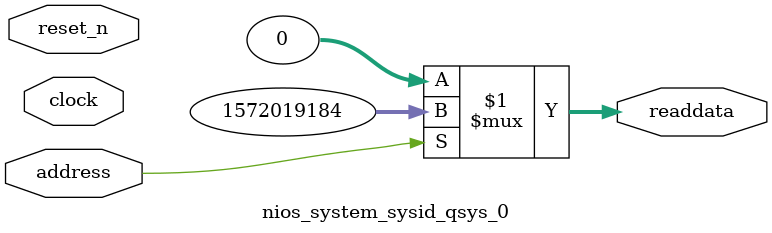
<source format=v>



// synthesis translate_off
`timescale 1ns / 1ps
// synthesis translate_on

// turn off superfluous verilog processor warnings 
// altera message_level Level1 
// altera message_off 10034 10035 10036 10037 10230 10240 10030 

module nios_system_sysid_qsys_0 (
               // inputs:
                address,
                clock,
                reset_n,

               // outputs:
                readdata
             )
;

  output  [ 31: 0] readdata;
  input            address;
  input            clock;
  input            reset_n;

  wire    [ 31: 0] readdata;
  //control_slave, which is an e_avalon_slave
  assign readdata = address ? 1572019184 : 0;

endmodule



</source>
